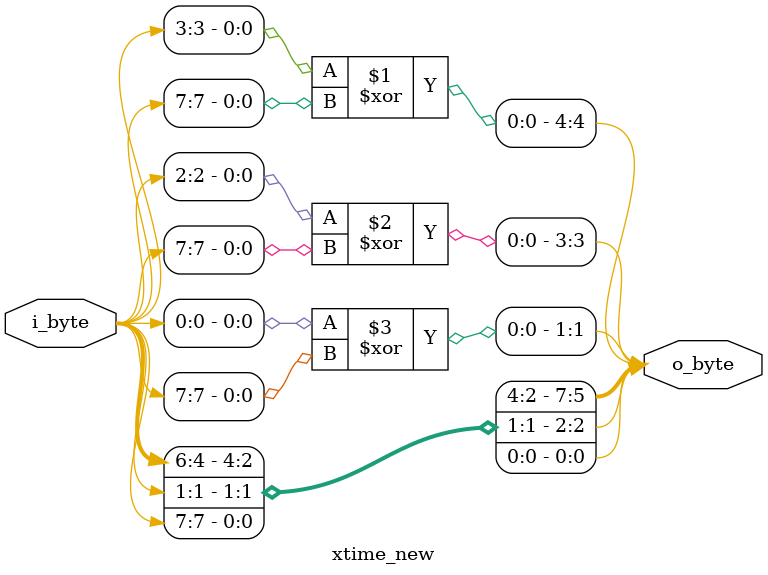
<source format=v>
/*------------------------------------------------------------------------------
 -- Project     : CL60010
 -------------------------------------------------------------------------------
 -- File        : xtime_new.v
 -- Author      : Gianfranco Barbiani.
 -- Originator  : Clariphy Argentina S.A.
 -- Date        : Apr 15, 2014
 --
 -- Rev 0       : Initial release.
 --
 --
 -- $Id: xtime_new.v 10397 2017-01-13 19:10:25Z gbarbiani $
 -------------------------------------------------------------------------------
 -- Description : This module implements the product between an input Galois
    Finite {2^8} element and a fixed element {02} of the same field.
 -------------------------------------------------------------------------------
 -- Copyright (C) 2016 ClariPhy Argentina S.A.  All rights reserved
 ------------------------------------------------------------------------------*/

module xtime_new
#(
    // PARAMETERS.
    parameter                                   NB_BYTE     = 8
)
(
    // OUTPUTS.
    output  wire    [NB_BYTE - 1 : 0]           o_byte ,
    // INPUTS.
    input   wire    [NB_BYTE - 1 : 0]           i_byte
) ;


    // LOCAL PARAMETERS.
    localparam                                  BAD_CONF    = ( NB_BYTE != 8 ) ;

    // INTERNAL SIGNALS.
    // None so far.


    // ALGORITHM BEGIN.

    assign  o_byte[7]   =   i_byte[6] ;
    assign  o_byte[6]   =   i_byte[5] ;
    assign  o_byte[5]   =   i_byte[4] ;
    assign  o_byte[4]   =   i_byte[3] ^ i_byte[7] ;
    assign  o_byte[3]   =   i_byte[2] ^ i_byte[7] ;
    assign  o_byte[2]   =   i_byte[1] ;
    assign  o_byte[1]   =   i_byte[0] ^ i_byte[7] ;
    assign  o_byte[0]   =   i_byte[7] ;

endmodule   // xtime_new
</source>
